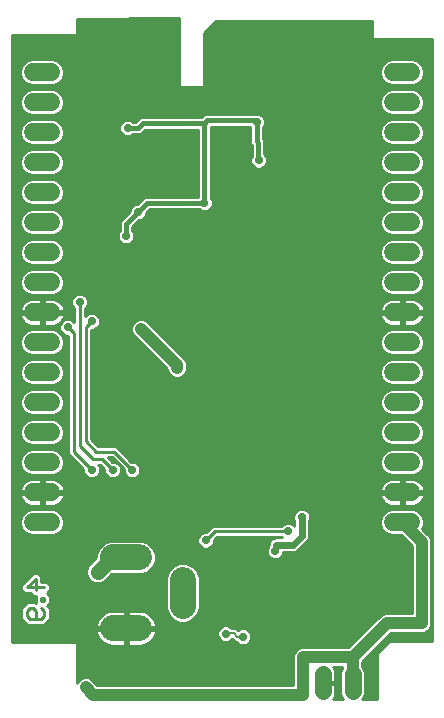
<source format=gbr>
G75*
G70*
%OFA0B0*%
%FSLAX24Y24*%
%IPPOS*%
%LPD*%
%AMOC8*
5,1,8,0,0,1.08239X$1,22.5*
%
%ADD10C,0.0110*%
%ADD11C,0.0860*%
%ADD12C,0.0600*%
%ADD13C,0.0560*%
%ADD14C,0.0290*%
%ADD15C,0.0100*%
%ADD16C,0.0160*%
%ADD17C,0.0400*%
%ADD18C,0.0500*%
%ADD19C,0.0080*%
%ADD20C,0.0240*%
D10*
X004486Y007267D02*
X004388Y007365D01*
X004388Y007562D01*
X004486Y007660D01*
X004585Y007660D01*
X004683Y007562D01*
X004683Y007267D01*
X004880Y007267D02*
X004486Y007267D01*
X004880Y007267D02*
X004978Y007365D01*
X004978Y007562D01*
X004880Y007660D01*
X004880Y007884D02*
X004978Y007884D01*
X004978Y007983D01*
X004880Y007983D01*
X004880Y007884D01*
X004683Y008233D02*
X004683Y008627D01*
X004388Y008332D01*
X004978Y008332D01*
D11*
X007270Y009330D02*
X008130Y009330D01*
X009590Y008579D02*
X009590Y007719D01*
X008130Y006968D02*
X007270Y006968D01*
D12*
X005200Y010499D02*
X004600Y010499D01*
X004600Y011499D02*
X005200Y011499D01*
X005200Y012499D02*
X004600Y012499D01*
X004600Y013499D02*
X005200Y013499D01*
X005200Y014499D02*
X004600Y014499D01*
X004600Y015499D02*
X005200Y015499D01*
X005200Y016499D02*
X004600Y016499D01*
X004600Y017499D02*
X005200Y017499D01*
X005200Y018499D02*
X004600Y018499D01*
X004600Y019499D02*
X005200Y019499D01*
X005200Y020499D02*
X004600Y020499D01*
X004600Y021499D02*
X005200Y021499D01*
X005200Y022499D02*
X004600Y022499D01*
X004600Y023499D02*
X005200Y023499D01*
X005200Y024499D02*
X004600Y024499D01*
X004600Y025499D02*
X005200Y025499D01*
X016600Y025499D02*
X017200Y025499D01*
X017200Y024499D02*
X016600Y024499D01*
X016600Y023499D02*
X017200Y023499D01*
X017200Y022499D02*
X016600Y022499D01*
X016600Y021499D02*
X017200Y021499D01*
X017200Y020499D02*
X016600Y020499D01*
X016600Y019499D02*
X017200Y019499D01*
X017200Y018499D02*
X016600Y018499D01*
X016600Y017499D02*
X017200Y017499D01*
X017200Y016499D02*
X016600Y016499D01*
X016600Y015499D02*
X017200Y015499D01*
X017200Y014499D02*
X016600Y014499D01*
X016600Y013499D02*
X017200Y013499D01*
X017200Y012499D02*
X016600Y012499D01*
X016600Y011499D02*
X017200Y011499D01*
X017200Y010499D02*
X016600Y010499D01*
D13*
X015250Y005429D02*
X015250Y004869D01*
X014250Y004869D02*
X014250Y005429D01*
D14*
X013900Y006479D03*
X013150Y007849D03*
X012650Y008329D03*
X012670Y009539D03*
X013100Y010199D03*
X013550Y010679D03*
X014270Y010709D03*
X013650Y009589D03*
X014400Y007979D03*
X015190Y008589D03*
X015700Y007379D03*
X015150Y006629D03*
X017000Y007979D03*
X016750Y009729D03*
X015400Y010879D03*
X016050Y012999D03*
X016200Y013949D03*
X016250Y014999D03*
X016250Y015949D03*
X015450Y017279D03*
X014650Y017729D03*
X013950Y018479D03*
X013950Y019329D03*
X014750Y019379D03*
X014950Y018729D03*
X016150Y018999D03*
X016200Y019949D03*
X016200Y020999D03*
X016200Y021999D03*
X016300Y022999D03*
X017700Y022949D03*
X017700Y023949D03*
X017700Y024949D03*
X017700Y025899D03*
X015400Y027059D03*
X014900Y027059D03*
X014400Y027059D03*
X013900Y027059D03*
X013400Y027059D03*
X012900Y027059D03*
X012400Y027059D03*
X011900Y027059D03*
X011400Y027059D03*
X010900Y027059D03*
X010600Y026459D03*
X010900Y024441D03*
X012050Y023849D03*
X012550Y022829D03*
X012120Y022569D03*
X011490Y021289D03*
X010650Y020849D03*
X010310Y021149D03*
X010900Y022356D03*
X008907Y022356D03*
X008100Y021349D03*
X008100Y020849D03*
X008630Y020739D03*
X007700Y020049D03*
X007150Y020499D03*
X007300Y019449D03*
X007600Y018049D03*
X008200Y016949D03*
X008650Y015629D03*
X009400Y015649D03*
X009850Y015229D03*
X011210Y016089D03*
X011870Y015489D03*
X011430Y014219D03*
X012160Y013279D03*
X013080Y012479D03*
X012570Y011829D03*
X011700Y010679D03*
X011250Y009379D03*
X010350Y009899D03*
X009600Y009429D03*
X009100Y010079D03*
X008650Y008379D03*
X007300Y008379D03*
X006750Y008849D03*
X005600Y006729D03*
X006350Y004999D03*
X007200Y005329D03*
X008600Y005279D03*
X009800Y006729D03*
X011020Y006789D03*
X011600Y006689D03*
X012680Y006349D03*
X007900Y012249D03*
X007250Y012249D03*
X006550Y012249D03*
X006750Y013399D03*
X006967Y014371D03*
X007200Y015649D03*
X006700Y016299D03*
X006550Y017199D03*
X006150Y017849D03*
X005750Y016999D03*
X005550Y015999D03*
X005600Y014949D03*
X005550Y013949D03*
X005550Y012999D03*
X004150Y009879D03*
X009750Y016829D03*
X010690Y017089D03*
X011000Y017799D03*
X011950Y017799D03*
X012060Y016959D03*
X013050Y016249D03*
X013500Y016799D03*
X013750Y017549D03*
X014650Y016649D03*
X014350Y015949D03*
X014050Y015249D03*
X013080Y014339D03*
X014320Y013049D03*
X017700Y018949D03*
X017700Y019949D03*
X017700Y020949D03*
X017700Y021949D03*
X014800Y022879D03*
X013600Y021629D03*
X013130Y021379D03*
X013950Y020729D03*
X014750Y020379D03*
X014750Y024429D03*
X013050Y024479D03*
X008829Y024441D03*
X007750Y023649D03*
X006250Y022539D03*
X005600Y021949D03*
X006000Y023759D03*
X006230Y025669D03*
X006300Y027109D03*
X006800Y027109D03*
X007300Y027109D03*
X007800Y027109D03*
X008450Y027109D03*
X010850Y019799D03*
D15*
X003900Y026749D02*
X003900Y006499D01*
X006021Y006499D01*
X006050Y006469D01*
X006050Y005137D01*
X006070Y005186D01*
X006163Y005278D01*
X006284Y005329D01*
X006416Y005329D01*
X006537Y005278D01*
X006737Y005079D01*
X013270Y005079D01*
X013270Y006064D01*
X013320Y006186D01*
X013413Y006278D01*
X013534Y006329D01*
X015113Y006329D01*
X016213Y007428D01*
X016334Y007479D01*
X017220Y007479D01*
X017220Y009712D01*
X016863Y010069D01*
X016514Y010069D01*
X016356Y010134D01*
X016235Y010255D01*
X016170Y010413D01*
X016170Y010584D01*
X016235Y010742D01*
X016356Y010863D01*
X016514Y010929D01*
X017286Y010929D01*
X017444Y010863D01*
X017565Y010742D01*
X017630Y010584D01*
X017630Y010413D01*
X017578Y010287D01*
X017737Y010128D01*
X017830Y010036D01*
X017880Y009914D01*
X017880Y007083D01*
X017830Y006962D01*
X017737Y006869D01*
X017616Y006819D01*
X016537Y006819D01*
X015580Y005862D01*
X015580Y005679D01*
X015598Y005661D01*
X015660Y005510D01*
X015660Y004787D01*
X015598Y004636D01*
X015560Y004599D01*
X016050Y004599D01*
X016050Y006140D01*
X016400Y006490D01*
X016459Y006549D01*
X017900Y006549D01*
X017900Y026599D01*
X015929Y026599D01*
X015900Y026628D01*
X015900Y027207D01*
X010700Y027199D01*
X010300Y026799D01*
X010300Y024999D01*
X009450Y024999D01*
X009450Y027299D01*
X006050Y027271D01*
X006050Y026778D01*
X006021Y026749D01*
X003900Y026749D01*
X003900Y026708D02*
X009450Y026708D01*
X009450Y026610D02*
X003900Y026610D01*
X003900Y026511D02*
X009450Y026511D01*
X009450Y026413D02*
X003900Y026413D01*
X003900Y026314D02*
X009450Y026314D01*
X009450Y026216D02*
X003900Y026216D01*
X003900Y026117D02*
X009450Y026117D01*
X009450Y026019D02*
X003900Y026019D01*
X003900Y025920D02*
X004494Y025920D01*
X004514Y025929D02*
X004356Y025863D01*
X004235Y025742D01*
X004170Y025584D01*
X004170Y025413D01*
X004235Y025255D01*
X004356Y025134D01*
X004514Y025069D01*
X005286Y025069D01*
X005444Y025134D01*
X005565Y025255D01*
X005630Y025413D01*
X005630Y025584D01*
X005565Y025742D01*
X005444Y025863D01*
X005286Y025929D01*
X004514Y025929D01*
X004315Y025822D02*
X003900Y025822D01*
X003900Y025723D02*
X004228Y025723D01*
X004187Y025625D02*
X003900Y025625D01*
X003900Y025526D02*
X004170Y025526D01*
X004170Y025428D02*
X003900Y025428D01*
X003900Y025329D02*
X004205Y025329D01*
X004260Y025231D02*
X003900Y025231D01*
X003900Y025132D02*
X004361Y025132D01*
X004514Y024929D02*
X004356Y024863D01*
X004235Y024742D01*
X004170Y024584D01*
X004170Y024413D01*
X004235Y024255D01*
X004356Y024134D01*
X004514Y024069D01*
X005286Y024069D01*
X005444Y024134D01*
X005565Y024255D01*
X005630Y024413D01*
X005630Y024584D01*
X005565Y024742D01*
X005444Y024863D01*
X005286Y024929D01*
X004514Y024929D01*
X004330Y024837D02*
X003900Y024837D01*
X003900Y024935D02*
X017900Y024935D01*
X017900Y024837D02*
X017470Y024837D01*
X017444Y024863D02*
X017286Y024929D01*
X016514Y024929D01*
X016356Y024863D01*
X016235Y024742D01*
X016170Y024584D01*
X016170Y024413D01*
X016235Y024255D01*
X016356Y024134D01*
X016514Y024069D01*
X017286Y024069D01*
X017444Y024134D01*
X017565Y024255D01*
X017630Y024413D01*
X017630Y024584D01*
X017565Y024742D01*
X017444Y024863D01*
X017566Y024738D02*
X017900Y024738D01*
X017900Y024640D02*
X017607Y024640D01*
X017630Y024541D02*
X017900Y024541D01*
X017900Y024443D02*
X017630Y024443D01*
X017601Y024344D02*
X017900Y024344D01*
X017900Y024246D02*
X017555Y024246D01*
X017457Y024147D02*
X017900Y024147D01*
X017900Y024049D02*
X012239Y024049D01*
X012206Y024082D02*
X012105Y024124D01*
X011995Y024124D01*
X011981Y024118D01*
X011966Y024125D01*
X011916Y024109D01*
X010475Y024109D01*
X010466Y024116D01*
X010390Y024109D01*
X010313Y024109D01*
X010305Y024100D01*
X010293Y024099D01*
X010244Y024040D01*
X010213Y024009D01*
X008163Y024009D01*
X008040Y023886D01*
X008013Y023859D01*
X007929Y023859D01*
X007906Y023882D01*
X007805Y023924D01*
X007695Y023924D01*
X007594Y023882D01*
X007517Y023805D01*
X007475Y023703D01*
X007475Y023594D01*
X007517Y023493D01*
X007594Y023416D01*
X007695Y023374D01*
X007805Y023374D01*
X007906Y023416D01*
X007929Y023439D01*
X008187Y023439D01*
X008337Y023589D01*
X010100Y023589D01*
X010100Y021359D01*
X008313Y021359D01*
X008078Y021124D01*
X008045Y021124D01*
X007944Y021082D01*
X007867Y021005D01*
X007825Y020903D01*
X007825Y020871D01*
X007490Y020536D01*
X007490Y020228D01*
X007467Y020205D01*
X007425Y020103D01*
X007425Y019994D01*
X007467Y019893D01*
X007544Y019816D01*
X007645Y019774D01*
X007755Y019774D01*
X007856Y019816D01*
X007933Y019893D01*
X007975Y019994D01*
X007975Y020103D01*
X007933Y020205D01*
X007910Y020228D01*
X007910Y020362D01*
X008122Y020574D01*
X008155Y020574D01*
X008256Y020616D01*
X008333Y020693D01*
X008375Y020794D01*
X008375Y020827D01*
X008487Y020939D01*
X010131Y020939D01*
X010154Y020916D01*
X010255Y020874D01*
X010365Y020874D01*
X010466Y020916D01*
X010543Y020993D01*
X010585Y021094D01*
X010585Y021203D01*
X010543Y021305D01*
X010520Y021328D01*
X010520Y023689D01*
X011821Y023689D01*
X011840Y023670D01*
X011840Y023112D01*
X011890Y023062D01*
X011890Y022728D01*
X011887Y022725D01*
X011845Y022623D01*
X011845Y022514D01*
X011887Y022413D01*
X011964Y022336D01*
X012065Y022294D01*
X012175Y022294D01*
X012276Y022336D01*
X012353Y022413D01*
X012395Y022514D01*
X012395Y022623D01*
X012353Y022725D01*
X012310Y022768D01*
X016261Y022768D01*
X016235Y022742D02*
X016170Y022584D01*
X016170Y022413D01*
X016235Y022255D01*
X016356Y022134D01*
X016514Y022069D01*
X017286Y022069D01*
X017444Y022134D01*
X017565Y022255D01*
X017630Y022413D01*
X017630Y022584D01*
X017565Y022742D01*
X017444Y022863D01*
X017286Y022929D01*
X016514Y022929D01*
X016356Y022863D01*
X016235Y022742D01*
X016205Y022670D02*
X012376Y022670D01*
X012395Y022571D02*
X016170Y022571D01*
X016170Y022473D02*
X012378Y022473D01*
X012314Y022374D02*
X016186Y022374D01*
X016227Y022276D02*
X010520Y022276D01*
X010520Y022374D02*
X011926Y022374D01*
X011862Y022473D02*
X010520Y022473D01*
X010520Y022571D02*
X011845Y022571D01*
X011864Y022670D02*
X010520Y022670D01*
X010520Y022768D02*
X011890Y022768D01*
X011890Y022867D02*
X010520Y022867D01*
X010520Y022965D02*
X011890Y022965D01*
X011888Y023064D02*
X010520Y023064D01*
X010520Y023162D02*
X011840Y023162D01*
X011840Y023261D02*
X010520Y023261D01*
X010520Y023359D02*
X011840Y023359D01*
X011840Y023458D02*
X010520Y023458D01*
X010520Y023556D02*
X011840Y023556D01*
X011840Y023655D02*
X010520Y023655D01*
X010310Y023789D02*
X010300Y023799D01*
X010251Y024049D02*
X003900Y024049D01*
X003900Y024147D02*
X004343Y024147D01*
X004245Y024246D02*
X003900Y024246D01*
X003900Y024344D02*
X004199Y024344D01*
X004170Y024443D02*
X003900Y024443D01*
X003900Y024541D02*
X004170Y024541D01*
X004193Y024640D02*
X003900Y024640D01*
X003900Y024738D02*
X004234Y024738D01*
X003900Y025034D02*
X009450Y025034D01*
X009450Y025132D02*
X005439Y025132D01*
X005540Y025231D02*
X009450Y025231D01*
X009450Y025329D02*
X005595Y025329D01*
X005630Y025428D02*
X009450Y025428D01*
X009450Y025526D02*
X005630Y025526D01*
X005613Y025625D02*
X009450Y025625D01*
X009450Y025723D02*
X005572Y025723D01*
X005485Y025822D02*
X009450Y025822D01*
X009450Y025920D02*
X005306Y025920D01*
X005470Y024837D02*
X016330Y024837D01*
X016234Y024738D02*
X005566Y024738D01*
X005607Y024640D02*
X016193Y024640D01*
X016170Y024541D02*
X005630Y024541D01*
X005630Y024443D02*
X016170Y024443D01*
X016199Y024344D02*
X005601Y024344D01*
X005555Y024246D02*
X016245Y024246D01*
X016343Y024147D02*
X005457Y024147D01*
X005286Y023929D02*
X004514Y023929D01*
X004356Y023863D01*
X004235Y023742D01*
X004170Y023584D01*
X004170Y023413D01*
X004235Y023255D01*
X004356Y023134D01*
X004514Y023069D01*
X005286Y023069D01*
X005444Y023134D01*
X005565Y023255D01*
X005630Y023413D01*
X005630Y023584D01*
X005565Y023742D01*
X005444Y023863D01*
X005286Y023929D01*
X005455Y023852D02*
X007564Y023852D01*
X007496Y023753D02*
X005554Y023753D01*
X005601Y023655D02*
X007475Y023655D01*
X007491Y023556D02*
X005630Y023556D01*
X005630Y023458D02*
X007552Y023458D01*
X008206Y023458D02*
X010100Y023458D01*
X010100Y023556D02*
X008305Y023556D01*
X008105Y023950D02*
X003900Y023950D01*
X003900Y023852D02*
X004345Y023852D01*
X004246Y023753D02*
X003900Y023753D01*
X003900Y023655D02*
X004199Y023655D01*
X004170Y023556D02*
X003900Y023556D01*
X003900Y023458D02*
X004170Y023458D01*
X004192Y023359D02*
X003900Y023359D01*
X003900Y023261D02*
X004233Y023261D01*
X004328Y023162D02*
X003900Y023162D01*
X003900Y023064D02*
X010100Y023064D01*
X010100Y023162D02*
X005472Y023162D01*
X005567Y023261D02*
X010100Y023261D01*
X010100Y023359D02*
X005608Y023359D01*
X005444Y022863D02*
X005286Y022929D01*
X004514Y022929D01*
X004356Y022863D01*
X004235Y022742D01*
X004170Y022584D01*
X004170Y022413D01*
X004235Y022255D01*
X004356Y022134D01*
X004514Y022069D01*
X005286Y022069D01*
X005444Y022134D01*
X005565Y022255D01*
X005630Y022413D01*
X005630Y022584D01*
X005565Y022742D01*
X005444Y022863D01*
X005435Y022867D02*
X010100Y022867D01*
X010100Y022965D02*
X003900Y022965D01*
X003900Y022867D02*
X004365Y022867D01*
X004261Y022768D02*
X003900Y022768D01*
X003900Y022670D02*
X004205Y022670D01*
X004170Y022571D02*
X003900Y022571D01*
X003900Y022473D02*
X004170Y022473D01*
X004186Y022374D02*
X003900Y022374D01*
X003900Y022276D02*
X004227Y022276D01*
X004313Y022177D02*
X003900Y022177D01*
X003900Y022079D02*
X004490Y022079D01*
X004514Y021929D02*
X004356Y021863D01*
X004235Y021742D01*
X004170Y021584D01*
X004170Y021413D01*
X004235Y021255D01*
X004356Y021134D01*
X004514Y021069D01*
X005286Y021069D01*
X005444Y021134D01*
X005565Y021255D01*
X005630Y021413D01*
X005630Y021584D01*
X005565Y021742D01*
X005444Y021863D01*
X005286Y021929D01*
X004514Y021929D01*
X004401Y021882D02*
X003900Y021882D01*
X003900Y021980D02*
X010100Y021980D01*
X010100Y021882D02*
X005399Y021882D01*
X005524Y021783D02*
X010100Y021783D01*
X010100Y021685D02*
X005588Y021685D01*
X005629Y021586D02*
X010100Y021586D01*
X010100Y021488D02*
X005630Y021488D01*
X005620Y021389D02*
X010100Y021389D01*
X010520Y021389D02*
X016180Y021389D01*
X016170Y021413D02*
X016235Y021255D01*
X016356Y021134D01*
X016514Y021069D01*
X017286Y021069D01*
X017444Y021134D01*
X017565Y021255D01*
X017630Y021413D01*
X017630Y021584D01*
X017565Y021742D01*
X017444Y021863D01*
X017286Y021929D01*
X016514Y021929D01*
X016356Y021863D01*
X016235Y021742D01*
X016170Y021584D01*
X016170Y021413D01*
X016170Y021488D02*
X010520Y021488D01*
X010520Y021586D02*
X016171Y021586D01*
X016212Y021685D02*
X010520Y021685D01*
X010520Y021783D02*
X016276Y021783D01*
X016401Y021882D02*
X010520Y021882D01*
X010520Y021980D02*
X017900Y021980D01*
X017900Y021882D02*
X017399Y021882D01*
X017524Y021783D02*
X017900Y021783D01*
X017900Y021685D02*
X017588Y021685D01*
X017629Y021586D02*
X017900Y021586D01*
X017900Y021488D02*
X017630Y021488D01*
X017620Y021389D02*
X017900Y021389D01*
X017900Y021291D02*
X017579Y021291D01*
X017502Y021192D02*
X017900Y021192D01*
X017900Y021094D02*
X017346Y021094D01*
X017286Y020929D02*
X016514Y020929D01*
X016356Y020863D01*
X016235Y020742D01*
X016170Y020584D01*
X016170Y020413D01*
X016235Y020255D01*
X016356Y020134D01*
X016514Y020069D01*
X017286Y020069D01*
X017444Y020134D01*
X017565Y020255D01*
X017630Y020413D01*
X017630Y020584D01*
X017565Y020742D01*
X017444Y020863D01*
X017286Y020929D01*
X017363Y020897D02*
X017900Y020897D01*
X017900Y020995D02*
X010544Y020995D01*
X010585Y021094D02*
X016454Y021094D01*
X016298Y021192D02*
X010585Y021192D01*
X010549Y021291D02*
X016221Y021291D01*
X016437Y020897D02*
X010420Y020897D01*
X010200Y020897D02*
X008445Y020897D01*
X008375Y020798D02*
X016291Y020798D01*
X016218Y020700D02*
X008336Y020700D01*
X008221Y020601D02*
X016177Y020601D01*
X016170Y020503D02*
X008051Y020503D01*
X007953Y020404D02*
X016174Y020404D01*
X016214Y020306D02*
X007910Y020306D01*
X007930Y020207D02*
X016283Y020207D01*
X016418Y020109D02*
X007973Y020109D01*
X007975Y020010D02*
X017900Y020010D01*
X017900Y019912D02*
X017326Y019912D01*
X017286Y019929D02*
X017444Y019863D01*
X017565Y019742D01*
X017630Y019584D01*
X017630Y019413D01*
X017565Y019255D01*
X017444Y019134D01*
X017286Y019069D01*
X016514Y019069D01*
X016356Y019134D01*
X016235Y019255D01*
X016170Y019413D01*
X016170Y019584D01*
X016235Y019742D01*
X016356Y019863D01*
X016514Y019929D01*
X017286Y019929D01*
X017382Y020109D02*
X017900Y020109D01*
X017900Y020207D02*
X017517Y020207D01*
X017586Y020306D02*
X017900Y020306D01*
X017900Y020404D02*
X017626Y020404D01*
X017630Y020503D02*
X017900Y020503D01*
X017900Y020601D02*
X017623Y020601D01*
X017582Y020700D02*
X017900Y020700D01*
X017900Y020798D02*
X017509Y020798D01*
X017494Y019813D02*
X017900Y019813D01*
X017900Y019715D02*
X017576Y019715D01*
X017617Y019616D02*
X017900Y019616D01*
X017900Y019518D02*
X017630Y019518D01*
X017630Y019419D02*
X017900Y019419D01*
X017900Y019321D02*
X017592Y019321D01*
X017532Y019222D02*
X017900Y019222D01*
X017900Y019124D02*
X017418Y019124D01*
X017290Y018927D02*
X017900Y018927D01*
X017900Y019025D02*
X003900Y019025D01*
X003900Y018927D02*
X004510Y018927D01*
X004514Y018929D02*
X004356Y018863D01*
X004235Y018742D01*
X004170Y018584D01*
X004170Y018413D01*
X004235Y018255D01*
X004356Y018134D01*
X004514Y018069D01*
X005286Y018069D01*
X005444Y018134D01*
X005565Y018255D01*
X005630Y018413D01*
X005630Y018584D01*
X005565Y018742D01*
X005444Y018863D01*
X005286Y018929D01*
X004514Y018929D01*
X004514Y019069D02*
X004356Y019134D01*
X004235Y019255D01*
X004170Y019413D01*
X004170Y019584D01*
X004235Y019742D01*
X004356Y019863D01*
X004514Y019929D01*
X005286Y019929D01*
X005444Y019863D01*
X005565Y019742D01*
X005630Y019584D01*
X005630Y019413D01*
X005565Y019255D01*
X005444Y019134D01*
X005286Y019069D01*
X004514Y019069D01*
X004382Y019124D02*
X003900Y019124D01*
X003900Y019222D02*
X004268Y019222D01*
X004208Y019321D02*
X003900Y019321D01*
X003900Y019419D02*
X004170Y019419D01*
X004170Y019518D02*
X003900Y019518D01*
X003900Y019616D02*
X004183Y019616D01*
X004224Y019715D02*
X003900Y019715D01*
X003900Y019813D02*
X004306Y019813D01*
X004474Y019912D02*
X003900Y019912D01*
X003900Y020010D02*
X007425Y020010D01*
X007427Y020109D02*
X005382Y020109D01*
X005444Y020134D02*
X005565Y020255D01*
X005630Y020413D01*
X005630Y020584D01*
X005565Y020742D01*
X005444Y020863D01*
X005286Y020929D01*
X004514Y020929D01*
X004356Y020863D01*
X004235Y020742D01*
X004170Y020584D01*
X004170Y020413D01*
X004235Y020255D01*
X004356Y020134D01*
X004514Y020069D01*
X005286Y020069D01*
X005444Y020134D01*
X005517Y020207D02*
X007470Y020207D01*
X007490Y020306D02*
X005586Y020306D01*
X005626Y020404D02*
X007490Y020404D01*
X007490Y020503D02*
X005630Y020503D01*
X005623Y020601D02*
X007556Y020601D01*
X007654Y020700D02*
X005582Y020700D01*
X005509Y020798D02*
X007753Y020798D01*
X007825Y020897D02*
X005363Y020897D01*
X005346Y021094D02*
X007973Y021094D01*
X007863Y020995D02*
X003900Y020995D01*
X003900Y020897D02*
X004437Y020897D01*
X004291Y020798D02*
X003900Y020798D01*
X003900Y020700D02*
X004218Y020700D01*
X004177Y020601D02*
X003900Y020601D01*
X003900Y020503D02*
X004170Y020503D01*
X004174Y020404D02*
X003900Y020404D01*
X003900Y020306D02*
X004214Y020306D01*
X004283Y020207D02*
X003900Y020207D01*
X003900Y020109D02*
X004418Y020109D01*
X005326Y019912D02*
X007459Y019912D01*
X007550Y019813D02*
X005494Y019813D01*
X005576Y019715D02*
X016224Y019715D01*
X016183Y019616D02*
X005617Y019616D01*
X005630Y019518D02*
X016170Y019518D01*
X016170Y019419D02*
X005630Y019419D01*
X005592Y019321D02*
X016208Y019321D01*
X016268Y019222D02*
X005532Y019222D01*
X005418Y019124D02*
X016382Y019124D01*
X016510Y018927D02*
X005290Y018927D01*
X005479Y018828D02*
X016321Y018828D01*
X016356Y018863D02*
X016235Y018742D01*
X016170Y018584D01*
X016170Y018413D01*
X016235Y018255D01*
X016356Y018134D01*
X016514Y018069D01*
X017286Y018069D01*
X017444Y018134D01*
X017565Y018255D01*
X017630Y018413D01*
X017630Y018584D01*
X017565Y018742D01*
X017444Y018863D01*
X017286Y018929D01*
X016514Y018929D01*
X016356Y018863D01*
X016230Y018730D02*
X005570Y018730D01*
X005611Y018631D02*
X016189Y018631D01*
X016170Y018533D02*
X005630Y018533D01*
X005630Y018434D02*
X016170Y018434D01*
X016202Y018336D02*
X005598Y018336D01*
X005547Y018237D02*
X016253Y018237D01*
X016352Y018139D02*
X005448Y018139D01*
X005373Y017916D02*
X005305Y017938D01*
X005235Y017949D01*
X004950Y017949D01*
X004950Y017549D01*
X004850Y017549D01*
X004850Y017949D01*
X004565Y017949D01*
X004495Y017938D01*
X004427Y017916D01*
X004364Y017884D01*
X004307Y017842D01*
X004257Y017792D01*
X004215Y017735D01*
X004183Y017671D01*
X004161Y017604D01*
X004152Y017549D01*
X004850Y017549D01*
X004850Y017449D01*
X004152Y017449D01*
X004161Y017393D01*
X004183Y017326D01*
X004215Y017263D01*
X004257Y017206D01*
X004307Y017155D01*
X004364Y017114D01*
X004427Y017082D01*
X004495Y017060D01*
X004565Y017049D01*
X004850Y017049D01*
X004850Y017449D01*
X004950Y017449D01*
X004950Y017549D01*
X005648Y017549D01*
X005639Y017604D01*
X005617Y017671D01*
X005585Y017735D01*
X005543Y017792D01*
X005493Y017842D01*
X005436Y017884D01*
X005373Y017916D01*
X005279Y017942D02*
X005891Y017942D01*
X005875Y017903D02*
X005875Y017794D01*
X005917Y017693D01*
X005970Y017640D01*
X005970Y017168D01*
X005906Y017232D01*
X005805Y017274D01*
X005695Y017274D01*
X005594Y017232D01*
X005517Y017155D01*
X005475Y017053D01*
X005475Y016944D01*
X005517Y016843D01*
X005594Y016766D01*
X005695Y016724D01*
X005770Y016724D01*
X005770Y012923D01*
X005770Y012774D01*
X006275Y012269D01*
X006275Y012194D01*
X006317Y012093D01*
X006394Y012016D01*
X006495Y011974D01*
X006605Y011974D01*
X006706Y012016D01*
X006783Y012093D01*
X006825Y012194D01*
X006825Y012303D01*
X006783Y012405D01*
X006769Y012419D01*
X006825Y012419D01*
X006975Y012269D01*
X006975Y012194D01*
X007017Y012093D01*
X007094Y012016D01*
X007195Y011974D01*
X007305Y011974D01*
X007406Y012016D01*
X007483Y012093D01*
X007525Y012194D01*
X007525Y012303D01*
X007483Y012405D01*
X007406Y012482D01*
X007305Y012524D01*
X007230Y012524D01*
X007085Y012669D01*
X007225Y012669D01*
X007625Y012269D01*
X007625Y012194D01*
X007667Y012093D01*
X007744Y012016D01*
X007845Y011974D01*
X007955Y011974D01*
X008056Y012016D01*
X008133Y012093D01*
X008175Y012194D01*
X008175Y012303D01*
X008133Y012405D01*
X008056Y012482D01*
X007955Y012524D01*
X007880Y012524D01*
X007375Y013029D01*
X006775Y013029D01*
X006530Y013273D01*
X006530Y016924D01*
X006605Y016924D01*
X006706Y016966D01*
X006783Y017043D01*
X006825Y017144D01*
X006825Y017253D01*
X006783Y017355D01*
X006706Y017432D01*
X006605Y017474D01*
X006495Y017474D01*
X006394Y017432D01*
X006330Y017368D01*
X006330Y017640D01*
X006383Y017693D01*
X006425Y017794D01*
X006425Y017903D01*
X006383Y018005D01*
X006306Y018082D01*
X006205Y018124D01*
X006095Y018124D01*
X005994Y018082D01*
X005917Y018005D01*
X005875Y017903D01*
X005875Y017843D02*
X005491Y017843D01*
X005577Y017745D02*
X005895Y017745D01*
X005964Y017646D02*
X005625Y017646D01*
X005648Y017449D02*
X004950Y017449D01*
X004950Y017049D01*
X005235Y017049D01*
X005305Y017060D01*
X005373Y017082D01*
X005436Y017114D01*
X005493Y017155D01*
X005543Y017206D01*
X005585Y017263D01*
X005617Y017326D01*
X005639Y017393D01*
X005648Y017449D01*
X005625Y017351D02*
X005970Y017351D01*
X005970Y017449D02*
X004950Y017449D01*
X004950Y017351D02*
X004850Y017351D01*
X004850Y017449D02*
X003900Y017449D01*
X003900Y017351D02*
X004175Y017351D01*
X004223Y017252D02*
X003900Y017252D01*
X003900Y017154D02*
X004309Y017154D01*
X004523Y017055D02*
X003900Y017055D01*
X003900Y016957D02*
X005475Y016957D01*
X005476Y017055D02*
X005277Y017055D01*
X005286Y016929D02*
X004514Y016929D01*
X004356Y016863D01*
X004235Y016742D01*
X004170Y016584D01*
X004170Y016413D01*
X004235Y016255D01*
X004356Y016134D01*
X004514Y016069D01*
X005286Y016069D01*
X005444Y016134D01*
X005565Y016255D01*
X005630Y016413D01*
X005630Y016584D01*
X005565Y016742D01*
X005444Y016863D01*
X005286Y016929D01*
X005449Y016858D02*
X005511Y016858D01*
X005547Y016760D02*
X005608Y016760D01*
X005598Y016661D02*
X005770Y016661D01*
X005770Y016563D02*
X005630Y016563D01*
X005630Y016464D02*
X005770Y016464D01*
X005770Y016366D02*
X005610Y016366D01*
X005570Y016267D02*
X005770Y016267D01*
X005770Y016169D02*
X005478Y016169D01*
X005289Y016070D02*
X005770Y016070D01*
X005770Y015972D02*
X003900Y015972D01*
X003900Y016070D02*
X004511Y016070D01*
X004514Y015929D02*
X004356Y015863D01*
X004235Y015742D01*
X004170Y015584D01*
X004170Y015413D01*
X004235Y015255D01*
X004356Y015134D01*
X004514Y015069D01*
X005286Y015069D01*
X005444Y015134D01*
X005565Y015255D01*
X005630Y015413D01*
X005630Y015584D01*
X005565Y015742D01*
X005444Y015863D01*
X005286Y015929D01*
X004514Y015929D01*
X004381Y015873D02*
X003900Y015873D01*
X003900Y015775D02*
X004268Y015775D01*
X004208Y015676D02*
X003900Y015676D01*
X003900Y015578D02*
X004170Y015578D01*
X004170Y015479D02*
X003900Y015479D01*
X003900Y015381D02*
X004183Y015381D01*
X004224Y015282D02*
X003900Y015282D01*
X003900Y015184D02*
X004307Y015184D01*
X004475Y015085D02*
X003900Y015085D01*
X003900Y014987D02*
X005770Y014987D01*
X005770Y015085D02*
X005325Y015085D01*
X005286Y014929D02*
X004514Y014929D01*
X004356Y014863D01*
X004235Y014742D01*
X004170Y014584D01*
X004170Y014413D01*
X004235Y014255D01*
X004356Y014134D01*
X004514Y014069D01*
X005286Y014069D01*
X005444Y014134D01*
X005565Y014255D01*
X005630Y014413D01*
X005630Y014584D01*
X005565Y014742D01*
X005444Y014863D01*
X005286Y014929D01*
X005383Y014888D02*
X005770Y014888D01*
X005770Y014790D02*
X005517Y014790D01*
X005586Y014691D02*
X005770Y014691D01*
X005770Y014593D02*
X005626Y014593D01*
X005630Y014494D02*
X005770Y014494D01*
X005770Y014396D02*
X005623Y014396D01*
X005582Y014297D02*
X005770Y014297D01*
X005770Y014199D02*
X005508Y014199D01*
X005362Y014100D02*
X005770Y014100D01*
X005770Y014002D02*
X003900Y014002D01*
X003900Y014100D02*
X004438Y014100D01*
X004292Y014199D02*
X003900Y014199D01*
X003900Y014297D02*
X004218Y014297D01*
X004177Y014396D02*
X003900Y014396D01*
X003900Y014494D02*
X004170Y014494D01*
X004174Y014593D02*
X003900Y014593D01*
X003900Y014691D02*
X004214Y014691D01*
X004283Y014790D02*
X003900Y014790D01*
X003900Y014888D02*
X004417Y014888D01*
X004514Y013929D02*
X004356Y013863D01*
X004235Y013742D01*
X004170Y013584D01*
X004170Y013413D01*
X004235Y013255D01*
X004356Y013134D01*
X004514Y013069D01*
X005286Y013069D01*
X005444Y013134D01*
X005565Y013255D01*
X005630Y013413D01*
X005630Y013584D01*
X005565Y013742D01*
X005444Y013863D01*
X005286Y013929D01*
X004514Y013929D01*
X004453Y013903D02*
X003900Y013903D01*
X003900Y013805D02*
X004298Y013805D01*
X004221Y013706D02*
X003900Y013706D01*
X003900Y013608D02*
X004180Y013608D01*
X004170Y013509D02*
X003900Y013509D01*
X003900Y013411D02*
X004171Y013411D01*
X004212Y013312D02*
X003900Y013312D01*
X003900Y013214D02*
X004277Y013214D01*
X004402Y013115D02*
X003900Y013115D01*
X003900Y013017D02*
X005770Y013017D01*
X005770Y013115D02*
X005398Y013115D01*
X005523Y013214D02*
X005770Y013214D01*
X005770Y013312D02*
X005588Y013312D01*
X005629Y013411D02*
X005770Y013411D01*
X005770Y013509D02*
X005630Y013509D01*
X005620Y013608D02*
X005770Y013608D01*
X005770Y013706D02*
X005579Y013706D01*
X005502Y013805D02*
X005770Y013805D01*
X005770Y013903D02*
X005347Y013903D01*
X005286Y012929D02*
X004514Y012929D01*
X004356Y012863D01*
X004235Y012742D01*
X004170Y012584D01*
X004170Y012413D01*
X004235Y012255D01*
X004356Y012134D01*
X004514Y012069D01*
X005286Y012069D01*
X005444Y012134D01*
X005565Y012255D01*
X005630Y012413D01*
X005630Y012584D01*
X005565Y012742D01*
X005444Y012863D01*
X005286Y012929D01*
X005311Y012918D02*
X005770Y012918D01*
X005770Y012820D02*
X005487Y012820D01*
X005573Y012721D02*
X005823Y012721D01*
X005921Y012623D02*
X005614Y012623D01*
X005630Y012524D02*
X006020Y012524D01*
X006118Y012426D02*
X005630Y012426D01*
X005594Y012327D02*
X006217Y012327D01*
X006275Y012229D02*
X005538Y012229D01*
X005434Y012130D02*
X006301Y012130D01*
X006378Y012032D02*
X003900Y012032D01*
X003900Y012130D02*
X004366Y012130D01*
X004262Y012229D02*
X003900Y012229D01*
X003900Y012327D02*
X004206Y012327D01*
X004170Y012426D02*
X003900Y012426D01*
X003900Y012524D02*
X004170Y012524D01*
X004186Y012623D02*
X003900Y012623D01*
X003900Y012721D02*
X004227Y012721D01*
X004313Y012820D02*
X003900Y012820D01*
X003900Y012918D02*
X004489Y012918D01*
X004565Y011949D02*
X004495Y011938D01*
X004427Y011916D01*
X004364Y011884D01*
X004307Y011842D01*
X004257Y011792D01*
X004215Y011735D01*
X004183Y011671D01*
X004161Y011604D01*
X004152Y011549D01*
X004850Y011549D01*
X004850Y011949D01*
X004565Y011949D01*
X004481Y011933D02*
X003900Y011933D01*
X003900Y011835D02*
X004300Y011835D01*
X004216Y011736D02*
X003900Y011736D01*
X003900Y011638D02*
X004172Y011638D01*
X004152Y011449D02*
X004161Y011393D01*
X004183Y011326D01*
X004215Y011263D01*
X004257Y011206D01*
X004307Y011155D01*
X004364Y011114D01*
X004427Y011082D01*
X004495Y011060D01*
X004565Y011049D01*
X004850Y011049D01*
X004850Y011449D01*
X004152Y011449D01*
X004154Y011441D02*
X003900Y011441D01*
X003900Y011539D02*
X004850Y011539D01*
X004850Y011549D02*
X004850Y011449D01*
X004950Y011449D01*
X004950Y011549D01*
X004850Y011549D01*
X004850Y011638D02*
X004950Y011638D01*
X004950Y011549D02*
X004950Y011949D01*
X005235Y011949D01*
X005305Y011938D01*
X005373Y011916D01*
X005436Y011884D01*
X005493Y011842D01*
X005543Y011792D01*
X005585Y011735D01*
X005617Y011671D01*
X005639Y011604D01*
X005648Y011549D01*
X004950Y011549D01*
X004950Y011539D02*
X016850Y011539D01*
X016850Y011549D02*
X016850Y011449D01*
X016152Y011449D01*
X016161Y011393D01*
X016183Y011326D01*
X016215Y011263D01*
X016257Y011206D01*
X016307Y011155D01*
X016364Y011114D01*
X016427Y011082D01*
X016495Y011060D01*
X016565Y011049D01*
X016850Y011049D01*
X016850Y011449D01*
X016950Y011449D01*
X016950Y011549D01*
X016850Y011549D01*
X016850Y011949D01*
X016565Y011949D01*
X016495Y011938D01*
X016427Y011916D01*
X016364Y011884D01*
X016307Y011842D01*
X016257Y011792D01*
X016215Y011735D01*
X016183Y011671D01*
X016161Y011604D01*
X016152Y011549D01*
X016850Y011549D01*
X016850Y011638D02*
X016950Y011638D01*
X016950Y011549D02*
X016950Y011949D01*
X017235Y011949D01*
X017305Y011938D01*
X017373Y011916D01*
X017436Y011884D01*
X017493Y011842D01*
X017543Y011792D01*
X017585Y011735D01*
X017617Y011671D01*
X017639Y011604D01*
X017648Y011549D01*
X016950Y011549D01*
X016950Y011539D02*
X017900Y011539D01*
X017900Y011441D02*
X017646Y011441D01*
X017648Y011449D02*
X016950Y011449D01*
X016950Y011049D01*
X017235Y011049D01*
X017305Y011060D01*
X017373Y011082D01*
X017436Y011114D01*
X017493Y011155D01*
X017543Y011206D01*
X017585Y011263D01*
X017617Y011326D01*
X017639Y011393D01*
X017648Y011449D01*
X017622Y011342D02*
X017900Y011342D01*
X017900Y011244D02*
X017571Y011244D01*
X017479Y011145D02*
X017900Y011145D01*
X017900Y011047D02*
X003900Y011047D01*
X003900Y011145D02*
X004321Y011145D01*
X004229Y011244D02*
X003900Y011244D01*
X003900Y011342D02*
X004178Y011342D01*
X003900Y010948D02*
X013482Y010948D01*
X013495Y010954D02*
X013394Y010912D01*
X013317Y010835D01*
X013275Y010733D01*
X013275Y010624D01*
X013300Y010564D01*
X013300Y010388D01*
X013256Y010432D01*
X013155Y010474D01*
X013045Y010474D01*
X012944Y010432D01*
X012891Y010379D01*
X010575Y010379D01*
X010370Y010174D01*
X010295Y010174D01*
X010194Y010132D01*
X010117Y010055D01*
X010075Y009953D01*
X010075Y009844D01*
X010117Y009743D01*
X010194Y009666D01*
X010295Y009624D01*
X010405Y009624D01*
X010506Y009666D01*
X010583Y009743D01*
X010625Y009844D01*
X010625Y009919D01*
X010725Y010019D01*
X012891Y010019D01*
X012911Y009999D01*
X012718Y009999D01*
X012686Y010003D01*
X012668Y009999D01*
X012650Y009999D01*
X012621Y009987D01*
X012590Y009979D01*
X012575Y009968D01*
X012558Y009961D01*
X012536Y009938D01*
X012510Y009919D01*
X012501Y009903D01*
X012488Y009890D01*
X012476Y009861D01*
X012460Y009833D01*
X012457Y009815D01*
X012450Y009798D01*
X012450Y009767D01*
X012440Y009698D01*
X012437Y009695D01*
X012395Y009593D01*
X012395Y009484D01*
X012437Y009383D01*
X012514Y009306D01*
X012615Y009264D01*
X012725Y009264D01*
X012826Y009306D01*
X012903Y009383D01*
X012945Y009484D01*
X012945Y009499D01*
X013300Y009499D01*
X013392Y009537D01*
X013692Y009837D01*
X013762Y009907D01*
X013800Y009999D01*
X013800Y010564D01*
X013825Y010624D01*
X013825Y010733D01*
X013783Y010835D01*
X013706Y010912D01*
X013605Y010954D01*
X013495Y010954D01*
X013618Y010948D02*
X017900Y010948D01*
X017900Y010850D02*
X017457Y010850D01*
X017556Y010751D02*
X017900Y010751D01*
X017900Y010653D02*
X017602Y010653D01*
X017630Y010554D02*
X017900Y010554D01*
X017900Y010456D02*
X017630Y010456D01*
X017607Y010357D02*
X017900Y010357D01*
X017900Y010259D02*
X017607Y010259D01*
X017705Y010160D02*
X017900Y010160D01*
X017900Y010062D02*
X017804Y010062D01*
X017860Y009963D02*
X017900Y009963D01*
X017900Y009865D02*
X017880Y009865D01*
X017880Y009766D02*
X017900Y009766D01*
X017900Y009668D02*
X017880Y009668D01*
X017880Y009569D02*
X017900Y009569D01*
X017900Y009471D02*
X017880Y009471D01*
X017880Y009372D02*
X017900Y009372D01*
X017900Y009274D02*
X017880Y009274D01*
X017880Y009175D02*
X017900Y009175D01*
X017900Y009077D02*
X017880Y009077D01*
X017880Y008978D02*
X017900Y008978D01*
X017900Y008880D02*
X017880Y008880D01*
X017880Y008781D02*
X017900Y008781D01*
X017900Y008683D02*
X017880Y008683D01*
X017880Y008584D02*
X017900Y008584D01*
X017900Y008486D02*
X017880Y008486D01*
X017880Y008387D02*
X017900Y008387D01*
X017900Y008289D02*
X017880Y008289D01*
X017880Y008190D02*
X017900Y008190D01*
X017900Y008092D02*
X017880Y008092D01*
X017880Y007993D02*
X017900Y007993D01*
X017900Y007895D02*
X017880Y007895D01*
X017880Y007796D02*
X017900Y007796D01*
X017900Y007698D02*
X017880Y007698D01*
X017880Y007599D02*
X017900Y007599D01*
X017900Y007501D02*
X017880Y007501D01*
X017880Y007402D02*
X017900Y007402D01*
X017900Y007304D02*
X017880Y007304D01*
X017880Y007205D02*
X017900Y007205D01*
X017900Y007107D02*
X017880Y007107D01*
X017900Y007008D02*
X017849Y007008D01*
X017900Y006910D02*
X017778Y006910D01*
X017900Y006811D02*
X016529Y006811D01*
X016431Y006713D02*
X017900Y006713D01*
X017900Y006614D02*
X016332Y006614D01*
X016426Y006516D02*
X016234Y006516D01*
X016327Y006417D02*
X016135Y006417D01*
X016229Y006319D02*
X016037Y006319D01*
X016130Y006220D02*
X015938Y006220D01*
X015840Y006122D02*
X016050Y006122D01*
X016050Y006023D02*
X015741Y006023D01*
X015643Y005925D02*
X016050Y005925D01*
X016050Y005826D02*
X015580Y005826D01*
X015580Y005728D02*
X016050Y005728D01*
X016050Y005629D02*
X015611Y005629D01*
X015652Y005531D02*
X016050Y005531D01*
X016050Y005432D02*
X015660Y005432D01*
X015660Y005334D02*
X016050Y005334D01*
X016050Y005235D02*
X015660Y005235D01*
X015660Y005137D02*
X016050Y005137D01*
X016050Y005038D02*
X015660Y005038D01*
X015660Y004940D02*
X016050Y004940D01*
X016050Y004841D02*
X015660Y004841D01*
X015642Y004743D02*
X016050Y004743D01*
X016050Y004644D02*
X015601Y004644D01*
X014940Y004599D02*
X014585Y004599D01*
X014618Y004643D01*
X014648Y004704D01*
X014669Y004768D01*
X014680Y004835D01*
X014680Y005109D01*
X014290Y005109D01*
X014290Y005189D01*
X014680Y005189D01*
X014680Y005463D01*
X014669Y005529D01*
X014648Y005594D01*
X014618Y005654D01*
X014607Y005669D01*
X014910Y005669D01*
X014902Y005661D01*
X014840Y005510D01*
X014840Y004787D01*
X014902Y004636D01*
X014940Y004599D01*
X014899Y004644D02*
X014618Y004644D01*
X014661Y004743D02*
X014858Y004743D01*
X014840Y004841D02*
X014680Y004841D01*
X014680Y004940D02*
X014840Y004940D01*
X014840Y005038D02*
X014680Y005038D01*
X014840Y005137D02*
X014290Y005137D01*
X014680Y005235D02*
X014840Y005235D01*
X014840Y005334D02*
X014680Y005334D01*
X014680Y005432D02*
X014840Y005432D01*
X014848Y005531D02*
X014669Y005531D01*
X014630Y005629D02*
X014889Y005629D01*
X015202Y006417D02*
X011663Y006417D01*
X011655Y006414D02*
X011756Y006456D01*
X011833Y006533D01*
X011875Y006634D01*
X011875Y006743D01*
X011833Y006845D01*
X011756Y006922D01*
X011655Y006964D01*
X011545Y006964D01*
X011444Y006922D01*
X011431Y006908D01*
X011370Y006969D01*
X011229Y006969D01*
X011176Y007022D01*
X011075Y007064D01*
X010965Y007064D01*
X010864Y007022D01*
X010787Y006945D01*
X010745Y006843D01*
X010745Y006734D01*
X010787Y006633D01*
X010864Y006556D01*
X010965Y006514D01*
X011075Y006514D01*
X011176Y006556D01*
X011239Y006619D01*
X011340Y006519D01*
X011381Y006519D01*
X011444Y006456D01*
X011545Y006414D01*
X011655Y006414D01*
X011537Y006417D02*
X008313Y006417D01*
X008353Y006430D02*
X008434Y006472D01*
X008508Y006525D01*
X008572Y006590D01*
X008626Y006664D01*
X008668Y006745D01*
X008696Y006832D01*
X008709Y006918D01*
X007750Y006918D01*
X007750Y007018D01*
X007650Y007018D01*
X007650Y007548D01*
X007224Y007548D01*
X007134Y007533D01*
X007047Y007505D01*
X006966Y007464D01*
X006892Y007410D01*
X006828Y007345D01*
X006774Y007272D01*
X006732Y007190D01*
X006704Y007103D01*
X006691Y007018D01*
X007650Y007018D01*
X007650Y006918D01*
X006691Y006918D01*
X006704Y006832D01*
X006732Y006745D01*
X006774Y006664D01*
X006828Y006590D01*
X006892Y006525D01*
X006966Y006472D01*
X007047Y006430D01*
X007134Y006402D01*
X007224Y006388D01*
X007650Y006388D01*
X007650Y006918D01*
X007750Y006918D01*
X007750Y006388D01*
X008176Y006388D01*
X008266Y006402D01*
X008353Y006430D01*
X008495Y006516D02*
X010960Y006516D01*
X011080Y006516D02*
X011384Y006516D01*
X011244Y006614D02*
X011234Y006614D01*
X011429Y006910D02*
X011432Y006910D01*
X011189Y007008D02*
X015793Y007008D01*
X015694Y006910D02*
X011768Y006910D01*
X011847Y006811D02*
X015596Y006811D01*
X015497Y006713D02*
X011875Y006713D01*
X011867Y006614D02*
X015399Y006614D01*
X015300Y006516D02*
X011816Y006516D01*
X010806Y006614D02*
X008590Y006614D01*
X008651Y006713D02*
X010754Y006713D01*
X010745Y006811D02*
X008689Y006811D01*
X008708Y006910D02*
X010772Y006910D01*
X010851Y007008D02*
X007750Y007008D01*
X007750Y007018D02*
X008709Y007018D01*
X008696Y007103D01*
X008668Y007190D01*
X008626Y007272D01*
X008572Y007345D01*
X008508Y007410D01*
X008434Y007464D01*
X008353Y007505D01*
X008266Y007533D01*
X008176Y007548D01*
X007750Y007548D01*
X007750Y007018D01*
X007750Y007107D02*
X007650Y007107D01*
X007650Y007205D02*
X007750Y007205D01*
X007750Y007304D02*
X007650Y007304D01*
X007650Y007402D02*
X007750Y007402D01*
X007750Y007501D02*
X007650Y007501D01*
X007650Y007008D02*
X003900Y007008D01*
X003900Y006910D02*
X006692Y006910D01*
X006711Y006811D02*
X003900Y006811D01*
X003900Y006713D02*
X006749Y006713D01*
X006810Y006614D02*
X003900Y006614D01*
X003900Y006516D02*
X006905Y006516D01*
X007087Y006417D02*
X006050Y006417D01*
X006050Y006319D02*
X013510Y006319D01*
X013355Y006220D02*
X006050Y006220D01*
X006050Y006122D02*
X013294Y006122D01*
X013270Y006023D02*
X006050Y006023D01*
X006050Y005925D02*
X013270Y005925D01*
X013270Y005826D02*
X006050Y005826D01*
X006050Y005728D02*
X013270Y005728D01*
X013270Y005629D02*
X006050Y005629D01*
X006050Y005531D02*
X013270Y005531D01*
X013270Y005432D02*
X006050Y005432D01*
X006050Y005334D02*
X013270Y005334D01*
X013270Y005235D02*
X006580Y005235D01*
X006679Y005137D02*
X013270Y005137D01*
X015891Y007107D02*
X008695Y007107D01*
X008660Y007205D02*
X009366Y007205D01*
X009273Y007244D02*
X009478Y007159D01*
X009701Y007159D01*
X009907Y007244D01*
X010065Y007402D01*
X016187Y007402D01*
X016088Y007304D02*
X009967Y007304D01*
X010065Y007402D02*
X010150Y007607D01*
X010150Y008690D01*
X010065Y008896D01*
X009907Y009053D01*
X009701Y009139D01*
X009478Y009139D01*
X009273Y009053D01*
X009115Y008896D01*
X009030Y008690D01*
X009030Y007607D01*
X009115Y007402D01*
X008516Y007402D01*
X008603Y007304D02*
X009213Y007304D01*
X009273Y007244D02*
X009115Y007402D01*
X009074Y007501D02*
X008361Y007501D01*
X009033Y007599D02*
X005163Y007599D01*
X005163Y007639D02*
X005163Y007288D01*
X005065Y007190D01*
X004957Y007082D01*
X004410Y007082D01*
X004342Y007150D01*
X004311Y007180D01*
X004311Y007180D01*
X004271Y007221D01*
X004203Y007288D01*
X004203Y007639D01*
X004273Y007708D01*
X004311Y007747D01*
X004311Y007747D01*
X004340Y007775D01*
X004410Y007845D01*
X004661Y007845D01*
X004695Y007812D01*
X004695Y008048D01*
X004606Y008048D01*
X004508Y008147D01*
X004311Y008147D01*
X004203Y008255D01*
X004203Y008409D01*
X004498Y008704D01*
X004606Y008812D01*
X004760Y008812D01*
X004868Y008704D01*
X004868Y008517D01*
X005055Y008517D01*
X005163Y008409D01*
X005163Y008255D01*
X005065Y008157D01*
X005163Y008059D01*
X005163Y007808D01*
X005079Y007723D01*
X005163Y007639D01*
X005104Y007698D02*
X009030Y007698D01*
X009030Y007796D02*
X005152Y007796D01*
X005163Y007895D02*
X009030Y007895D01*
X009030Y007993D02*
X005163Y007993D01*
X005131Y008092D02*
X009030Y008092D01*
X009030Y008190D02*
X005098Y008190D01*
X005163Y008289D02*
X009030Y008289D01*
X009030Y008387D02*
X005163Y008387D01*
X005086Y008486D02*
X006633Y008486D01*
X006674Y008469D02*
X006826Y008469D01*
X006965Y008527D01*
X007209Y008770D01*
X008241Y008770D01*
X008447Y008855D01*
X008605Y009013D01*
X008690Y009218D01*
X008690Y009441D01*
X008605Y009647D01*
X008447Y009805D01*
X008241Y009890D01*
X007159Y009890D01*
X006953Y009805D01*
X006795Y009647D01*
X006710Y009441D01*
X006710Y009346D01*
X006428Y009064D01*
X006370Y008924D01*
X006370Y008773D01*
X006428Y008633D01*
X006535Y008527D01*
X006674Y008469D01*
X006867Y008486D02*
X009030Y008486D01*
X009030Y008584D02*
X007023Y008584D01*
X007121Y008683D02*
X009030Y008683D01*
X009068Y008781D02*
X008269Y008781D01*
X008472Y008880D02*
X009108Y008880D01*
X009197Y008978D02*
X008570Y008978D01*
X008631Y009077D02*
X009329Y009077D01*
X009851Y009077D02*
X017220Y009077D01*
X017220Y009175D02*
X008672Y009175D01*
X008690Y009274D02*
X012591Y009274D01*
X012749Y009274D02*
X017220Y009274D01*
X017220Y009372D02*
X012892Y009372D01*
X012939Y009471D02*
X017220Y009471D01*
X017220Y009569D02*
X013424Y009569D01*
X013523Y009668D02*
X017220Y009668D01*
X017166Y009766D02*
X013621Y009766D01*
X013720Y009865D02*
X017067Y009865D01*
X016969Y009963D02*
X013785Y009963D01*
X013800Y010062D02*
X016870Y010062D01*
X016330Y010160D02*
X013800Y010160D01*
X013800Y010259D02*
X016234Y010259D01*
X016193Y010357D02*
X013800Y010357D01*
X013800Y010456D02*
X016170Y010456D01*
X016170Y010554D02*
X013800Y010554D01*
X013825Y010653D02*
X016198Y010653D01*
X016244Y010751D02*
X013818Y010751D01*
X013768Y010850D02*
X016343Y010850D01*
X016321Y011145D02*
X005479Y011145D01*
X005493Y011155D02*
X005543Y011206D01*
X005585Y011263D01*
X005617Y011326D01*
X005639Y011393D01*
X005648Y011449D01*
X004950Y011449D01*
X004950Y011049D01*
X005235Y011049D01*
X005305Y011060D01*
X005373Y011082D01*
X005436Y011114D01*
X005493Y011155D01*
X005571Y011244D02*
X016229Y011244D01*
X016178Y011342D02*
X005622Y011342D01*
X005646Y011441D02*
X016154Y011441D01*
X016172Y011638D02*
X005628Y011638D01*
X005584Y011736D02*
X016216Y011736D01*
X016300Y011835D02*
X005500Y011835D01*
X005319Y011933D02*
X016481Y011933D01*
X016514Y012069D02*
X016356Y012134D01*
X016235Y012255D01*
X016170Y012413D01*
X016170Y012584D01*
X016235Y012742D01*
X016356Y012863D01*
X016514Y012929D01*
X017286Y012929D01*
X017444Y012863D01*
X017565Y012742D01*
X017630Y012584D01*
X017630Y012413D01*
X017565Y012255D01*
X017444Y012134D01*
X017286Y012069D01*
X016514Y012069D01*
X016366Y012130D02*
X008149Y012130D01*
X008175Y012229D02*
X016262Y012229D01*
X016206Y012327D02*
X008165Y012327D01*
X008112Y012426D02*
X016170Y012426D01*
X016170Y012524D02*
X007879Y012524D01*
X007781Y012623D02*
X016186Y012623D01*
X016227Y012721D02*
X007682Y012721D01*
X007584Y012820D02*
X016313Y012820D01*
X016489Y012918D02*
X007485Y012918D01*
X007387Y013017D02*
X017900Y013017D01*
X017900Y013115D02*
X017398Y013115D01*
X017444Y013134D02*
X017565Y013255D01*
X017630Y013413D01*
X017630Y013584D01*
X017565Y013742D01*
X017444Y013863D01*
X017286Y013929D01*
X016514Y013929D01*
X016356Y013863D01*
X016235Y013742D01*
X016170Y013584D01*
X016170Y013413D01*
X016235Y013255D01*
X016356Y013134D01*
X016514Y013069D01*
X017286Y013069D01*
X017444Y013134D01*
X017523Y013214D02*
X017900Y013214D01*
X017900Y013312D02*
X017588Y013312D01*
X017629Y013411D02*
X017900Y013411D01*
X017900Y013509D02*
X017630Y013509D01*
X017620Y013608D02*
X017900Y013608D01*
X017900Y013706D02*
X017579Y013706D01*
X017502Y013805D02*
X017900Y013805D01*
X017900Y013903D02*
X017347Y013903D01*
X017286Y014069D02*
X017444Y014134D01*
X017565Y014255D01*
X017630Y014413D01*
X017630Y014584D01*
X017565Y014742D01*
X017444Y014863D01*
X017286Y014929D01*
X016514Y014929D01*
X016356Y014863D01*
X016235Y014742D01*
X016170Y014584D01*
X016170Y014413D01*
X016235Y014255D01*
X016356Y014134D01*
X016514Y014069D01*
X017286Y014069D01*
X017362Y014100D02*
X017900Y014100D01*
X017900Y014002D02*
X006530Y014002D01*
X006530Y014100D02*
X016438Y014100D01*
X016292Y014199D02*
X006530Y014199D01*
X006530Y014297D02*
X016218Y014297D01*
X016177Y014396D02*
X006530Y014396D01*
X006530Y014494D02*
X016170Y014494D01*
X016174Y014593D02*
X006530Y014593D01*
X006530Y014691D02*
X016214Y014691D01*
X016283Y014790D02*
X006530Y014790D01*
X006530Y014888D02*
X016417Y014888D01*
X016514Y015069D02*
X016356Y015134D01*
X016235Y015255D01*
X016170Y015413D01*
X016170Y015584D01*
X016235Y015742D01*
X016356Y015863D01*
X016514Y015929D01*
X017286Y015929D01*
X017444Y015863D01*
X017565Y015742D01*
X017630Y015584D01*
X017630Y015413D01*
X017565Y015255D01*
X017444Y015134D01*
X017286Y015069D01*
X016514Y015069D01*
X016475Y015085D02*
X006530Y015085D01*
X006530Y014987D02*
X017900Y014987D01*
X017900Y015085D02*
X017325Y015085D01*
X017493Y015184D02*
X017900Y015184D01*
X017900Y015282D02*
X017576Y015282D01*
X017617Y015381D02*
X017900Y015381D01*
X017900Y015479D02*
X017630Y015479D01*
X017630Y015578D02*
X017900Y015578D01*
X017900Y015676D02*
X017592Y015676D01*
X017532Y015775D02*
X017900Y015775D01*
X017900Y015873D02*
X017419Y015873D01*
X017289Y016070D02*
X017900Y016070D01*
X017900Y015972D02*
X009644Y015972D01*
X009680Y015936D02*
X009587Y016028D01*
X008387Y017228D01*
X008266Y017279D01*
X008134Y017279D01*
X008013Y017228D01*
X007920Y017136D01*
X007870Y017014D01*
X007870Y016883D01*
X007920Y016762D01*
X009070Y015612D01*
X009070Y015583D01*
X009120Y015462D01*
X009213Y015369D01*
X009334Y015319D01*
X009466Y015319D01*
X009587Y015369D01*
X009680Y015462D01*
X009730Y015583D01*
X009730Y015814D01*
X009680Y015936D01*
X009706Y015873D02*
X016381Y015873D01*
X016268Y015775D02*
X009730Y015775D01*
X009730Y015676D02*
X016208Y015676D01*
X016170Y015578D02*
X009728Y015578D01*
X009687Y015479D02*
X016170Y015479D01*
X016183Y015381D02*
X009599Y015381D01*
X009201Y015381D02*
X006530Y015381D01*
X006530Y015479D02*
X009113Y015479D01*
X009072Y015578D02*
X006530Y015578D01*
X006530Y015676D02*
X009006Y015676D01*
X008907Y015775D02*
X006530Y015775D01*
X006530Y015873D02*
X008809Y015873D01*
X008710Y015972D02*
X006530Y015972D01*
X006530Y016070D02*
X008612Y016070D01*
X008513Y016169D02*
X006530Y016169D01*
X006530Y016267D02*
X008415Y016267D01*
X008316Y016366D02*
X006530Y016366D01*
X006530Y016464D02*
X008218Y016464D01*
X008119Y016563D02*
X006530Y016563D01*
X006530Y016661D02*
X008021Y016661D01*
X007922Y016760D02*
X006530Y016760D01*
X006530Y016858D02*
X007880Y016858D01*
X007870Y016957D02*
X006684Y016957D01*
X006788Y017055D02*
X007887Y017055D01*
X007938Y017154D02*
X006825Y017154D01*
X006825Y017252D02*
X008070Y017252D01*
X008330Y017252D02*
X016223Y017252D01*
X016215Y017263D02*
X016257Y017206D01*
X016307Y017155D01*
X016364Y017114D01*
X016427Y017082D01*
X016495Y017060D01*
X016565Y017049D01*
X016850Y017049D01*
X016850Y017449D01*
X016152Y017449D01*
X016161Y017393D01*
X016183Y017326D01*
X016215Y017263D01*
X016175Y017351D02*
X006785Y017351D01*
X006664Y017449D02*
X016850Y017449D01*
X016850Y017549D01*
X016850Y017949D01*
X016565Y017949D01*
X016495Y017938D01*
X016427Y017916D01*
X016364Y017884D01*
X016307Y017842D01*
X016257Y017792D01*
X016215Y017735D01*
X016183Y017671D01*
X016161Y017604D01*
X016152Y017549D01*
X016850Y017549D01*
X016950Y017549D01*
X016950Y017949D01*
X017235Y017949D01*
X017305Y017938D01*
X017373Y017916D01*
X017436Y017884D01*
X017493Y017842D01*
X017543Y017792D01*
X017585Y017735D01*
X017617Y017671D01*
X017639Y017604D01*
X017648Y017549D01*
X016950Y017549D01*
X016950Y017449D01*
X017648Y017449D01*
X017639Y017393D01*
X017617Y017326D01*
X017585Y017263D01*
X017543Y017206D01*
X017493Y017155D01*
X017436Y017114D01*
X017373Y017082D01*
X017305Y017060D01*
X017235Y017049D01*
X016950Y017049D01*
X016950Y017449D01*
X016850Y017449D01*
X016850Y017351D02*
X016950Y017351D01*
X016950Y017449D02*
X017900Y017449D01*
X017900Y017351D02*
X017625Y017351D01*
X017577Y017252D02*
X017900Y017252D01*
X017900Y017154D02*
X017491Y017154D01*
X017277Y017055D02*
X017900Y017055D01*
X017900Y016957D02*
X008659Y016957D01*
X008757Y016858D02*
X016351Y016858D01*
X016356Y016863D02*
X016235Y016742D01*
X016170Y016584D01*
X016170Y016413D01*
X016235Y016255D01*
X016356Y016134D01*
X016514Y016069D01*
X017286Y016069D01*
X017444Y016134D01*
X017565Y016255D01*
X017630Y016413D01*
X017630Y016584D01*
X017565Y016742D01*
X017444Y016863D01*
X017286Y016929D01*
X016514Y016929D01*
X016356Y016863D01*
X016253Y016760D02*
X008856Y016760D01*
X008954Y016661D02*
X016202Y016661D01*
X016170Y016563D02*
X009053Y016563D01*
X009151Y016464D02*
X016170Y016464D01*
X016190Y016366D02*
X009250Y016366D01*
X009348Y016267D02*
X016230Y016267D01*
X016322Y016169D02*
X009447Y016169D01*
X009545Y016070D02*
X016511Y016070D01*
X016224Y015282D02*
X006530Y015282D01*
X006530Y015184D02*
X016307Y015184D01*
X016453Y013903D02*
X006530Y013903D01*
X006530Y013805D02*
X016298Y013805D01*
X016221Y013706D02*
X006530Y013706D01*
X006530Y013608D02*
X016180Y013608D01*
X016170Y013509D02*
X006530Y013509D01*
X006530Y013411D02*
X016171Y013411D01*
X016212Y013312D02*
X006530Y013312D01*
X006590Y013214D02*
X016277Y013214D01*
X016402Y013115D02*
X006688Y013115D01*
X006700Y012849D02*
X007300Y012849D01*
X007900Y012249D01*
X007651Y012130D02*
X007499Y012130D01*
X007525Y012229D02*
X007625Y012229D01*
X007567Y012327D02*
X007515Y012327D01*
X007468Y012426D02*
X007462Y012426D01*
X007370Y012524D02*
X007229Y012524D01*
X007271Y012623D02*
X007131Y012623D01*
X006900Y012599D02*
X007250Y012249D01*
X007001Y012130D02*
X006799Y012130D01*
X006825Y012229D02*
X006975Y012229D01*
X006917Y012327D02*
X006815Y012327D01*
X006550Y012249D02*
X005950Y012849D01*
X005950Y016799D01*
X005750Y016999D01*
X005643Y017252D02*
X005577Y017252D01*
X005517Y017154D02*
X005491Y017154D01*
X005857Y017252D02*
X005970Y017252D01*
X005970Y017548D02*
X004950Y017548D01*
X004950Y017646D02*
X004850Y017646D01*
X004850Y017548D02*
X003900Y017548D01*
X003900Y017646D02*
X004175Y017646D01*
X004223Y017745D02*
X003900Y017745D01*
X003900Y017843D02*
X004309Y017843D01*
X004521Y017942D02*
X003900Y017942D01*
X003900Y018040D02*
X005953Y018040D01*
X006150Y017849D02*
X006150Y013049D01*
X006600Y012599D01*
X006900Y012599D01*
X006700Y012849D02*
X006350Y013199D01*
X006350Y016999D01*
X006550Y017199D01*
X006436Y017449D02*
X006330Y017449D01*
X006330Y017548D02*
X016850Y017548D01*
X016850Y017646D02*
X016950Y017646D01*
X016950Y017548D02*
X017900Y017548D01*
X017900Y017646D02*
X017625Y017646D01*
X017577Y017745D02*
X017900Y017745D01*
X017900Y017843D02*
X017491Y017843D01*
X017279Y017942D02*
X017900Y017942D01*
X017900Y018040D02*
X006347Y018040D01*
X006409Y017942D02*
X016521Y017942D01*
X016309Y017843D02*
X006425Y017843D01*
X006405Y017745D02*
X016223Y017745D01*
X016175Y017646D02*
X006336Y017646D01*
X004950Y017745D02*
X004850Y017745D01*
X004850Y017843D02*
X004950Y017843D01*
X004950Y017942D02*
X004850Y017942D01*
X004352Y018139D02*
X003900Y018139D01*
X003900Y018237D02*
X004253Y018237D01*
X004202Y018336D02*
X003900Y018336D01*
X003900Y018434D02*
X004170Y018434D01*
X004170Y018533D02*
X003900Y018533D01*
X003900Y018631D02*
X004189Y018631D01*
X004230Y018730D02*
X003900Y018730D01*
X003900Y018828D02*
X004321Y018828D01*
X004850Y017252D02*
X004950Y017252D01*
X004950Y017154D02*
X004850Y017154D01*
X004850Y017055D02*
X004950Y017055D01*
X004351Y016858D02*
X003900Y016858D01*
X003900Y016760D02*
X004253Y016760D01*
X004202Y016661D02*
X003900Y016661D01*
X003900Y016563D02*
X004170Y016563D01*
X004170Y016464D02*
X003900Y016464D01*
X003900Y016366D02*
X004190Y016366D01*
X004230Y016267D02*
X003900Y016267D01*
X003900Y016169D02*
X004322Y016169D01*
X005419Y015873D02*
X005770Y015873D01*
X005770Y015775D02*
X005532Y015775D01*
X005592Y015676D02*
X005770Y015676D01*
X005770Y015578D02*
X005630Y015578D01*
X005630Y015479D02*
X005770Y015479D01*
X005770Y015381D02*
X005617Y015381D01*
X005576Y015282D02*
X005770Y015282D01*
X005770Y015184D02*
X005493Y015184D01*
X004950Y011933D02*
X004850Y011933D01*
X004850Y011835D02*
X004950Y011835D01*
X004950Y011736D02*
X004850Y011736D01*
X004850Y011441D02*
X004950Y011441D01*
X004950Y011342D02*
X004850Y011342D01*
X004850Y011244D02*
X004950Y011244D01*
X004950Y011145D02*
X004850Y011145D01*
X004514Y010929D02*
X004356Y010863D01*
X004235Y010742D01*
X004170Y010584D01*
X004170Y010413D01*
X004235Y010255D01*
X004356Y010134D01*
X004514Y010069D01*
X005286Y010069D01*
X005444Y010134D01*
X005565Y010255D01*
X005630Y010413D01*
X005630Y010584D01*
X005565Y010742D01*
X005444Y010863D01*
X005286Y010929D01*
X004514Y010929D01*
X004343Y010850D02*
X003900Y010850D01*
X003900Y010751D02*
X004244Y010751D01*
X004198Y010653D02*
X003900Y010653D01*
X003900Y010554D02*
X004170Y010554D01*
X004170Y010456D02*
X003900Y010456D01*
X003900Y010357D02*
X004193Y010357D01*
X004234Y010259D02*
X003900Y010259D01*
X003900Y010160D02*
X004330Y010160D01*
X003900Y010062D02*
X010124Y010062D01*
X010079Y009963D02*
X003900Y009963D01*
X003900Y009865D02*
X007098Y009865D01*
X006914Y009766D02*
X003900Y009766D01*
X003900Y009668D02*
X006816Y009668D01*
X006763Y009569D02*
X003900Y009569D01*
X003900Y009471D02*
X006722Y009471D01*
X006710Y009372D02*
X003900Y009372D01*
X003900Y009274D02*
X006638Y009274D01*
X006539Y009175D02*
X003900Y009175D01*
X003900Y009077D02*
X006441Y009077D01*
X006392Y008978D02*
X003900Y008978D01*
X003900Y008880D02*
X006370Y008880D01*
X006370Y008781D02*
X004791Y008781D01*
X004868Y008683D02*
X006407Y008683D01*
X006477Y008584D02*
X004868Y008584D01*
X004576Y008781D02*
X003900Y008781D01*
X003900Y008683D02*
X004477Y008683D01*
X004379Y008584D02*
X003900Y008584D01*
X003900Y008486D02*
X004280Y008486D01*
X004203Y008387D02*
X003900Y008387D01*
X003900Y008289D02*
X004203Y008289D01*
X004268Y008190D02*
X003900Y008190D01*
X003900Y008092D02*
X004563Y008092D01*
X004695Y007993D02*
X003900Y007993D01*
X003900Y007895D02*
X004695Y007895D01*
X004361Y007796D02*
X003900Y007796D01*
X003900Y007698D02*
X004262Y007698D01*
X004203Y007599D02*
X003900Y007599D01*
X003900Y007501D02*
X004203Y007501D01*
X004203Y007402D02*
X003900Y007402D01*
X003900Y007304D02*
X004203Y007304D01*
X004286Y007205D02*
X003900Y007205D01*
X003900Y007107D02*
X004384Y007107D01*
X004982Y007107D02*
X006705Y007107D01*
X006740Y007205D02*
X005080Y007205D01*
X005163Y007304D02*
X006797Y007304D01*
X006884Y007402D02*
X005163Y007402D01*
X005163Y007501D02*
X007039Y007501D01*
X007650Y006910D02*
X007750Y006910D01*
X007750Y006811D02*
X007650Y006811D01*
X007650Y006713D02*
X007750Y006713D01*
X007750Y006614D02*
X007650Y006614D01*
X007650Y006516D02*
X007750Y006516D01*
X007750Y006417D02*
X007650Y006417D01*
X006120Y005235D02*
X006050Y005235D01*
X008690Y009372D02*
X012448Y009372D01*
X012401Y009471D02*
X008678Y009471D01*
X008637Y009569D02*
X012395Y009569D01*
X012426Y009668D02*
X010508Y009668D01*
X010593Y009766D02*
X012450Y009766D01*
X012477Y009865D02*
X010625Y009865D01*
X010669Y009963D02*
X012565Y009963D01*
X013100Y010199D02*
X010650Y010199D01*
X010350Y009899D01*
X010263Y010160D02*
X005470Y010160D01*
X005566Y010259D02*
X010455Y010259D01*
X010554Y010357D02*
X005607Y010357D01*
X005630Y010456D02*
X013002Y010456D01*
X013198Y010456D02*
X013300Y010456D01*
X013300Y010554D02*
X005630Y010554D01*
X005602Y010653D02*
X013275Y010653D01*
X013282Y010751D02*
X005556Y010751D01*
X005457Y010850D02*
X013332Y010850D01*
X015990Y007205D02*
X009813Y007205D01*
X010106Y007501D02*
X017220Y007501D01*
X017220Y007599D02*
X010146Y007599D01*
X010150Y007698D02*
X017220Y007698D01*
X017220Y007796D02*
X010150Y007796D01*
X010150Y007895D02*
X017220Y007895D01*
X017220Y007993D02*
X010150Y007993D01*
X010150Y008092D02*
X017220Y008092D01*
X017220Y008190D02*
X010150Y008190D01*
X010150Y008289D02*
X017220Y008289D01*
X017220Y008387D02*
X010150Y008387D01*
X010150Y008486D02*
X017220Y008486D01*
X017220Y008584D02*
X010150Y008584D01*
X010150Y008683D02*
X017220Y008683D01*
X017220Y008781D02*
X010112Y008781D01*
X010071Y008880D02*
X017220Y008880D01*
X017220Y008978D02*
X009982Y008978D01*
X010192Y009668D02*
X008584Y009668D01*
X008486Y009766D02*
X010107Y009766D01*
X010075Y009865D02*
X008302Y009865D01*
X008072Y012032D02*
X017900Y012032D01*
X017900Y012130D02*
X017434Y012130D01*
X017538Y012229D02*
X017900Y012229D01*
X017900Y012327D02*
X017594Y012327D01*
X017630Y012426D02*
X017900Y012426D01*
X017900Y012524D02*
X017630Y012524D01*
X017614Y012623D02*
X017900Y012623D01*
X017900Y012721D02*
X017573Y012721D01*
X017487Y012820D02*
X017900Y012820D01*
X017900Y012918D02*
X017311Y012918D01*
X017319Y011933D02*
X017900Y011933D01*
X017900Y011835D02*
X017500Y011835D01*
X017584Y011736D02*
X017900Y011736D01*
X017900Y011638D02*
X017628Y011638D01*
X016950Y011736D02*
X016850Y011736D01*
X016850Y011835D02*
X016950Y011835D01*
X016950Y011933D02*
X016850Y011933D01*
X016850Y011441D02*
X016950Y011441D01*
X016950Y011342D02*
X016850Y011342D01*
X016850Y011244D02*
X016950Y011244D01*
X016950Y011145D02*
X016850Y011145D01*
X017508Y014199D02*
X017900Y014199D01*
X017900Y014297D02*
X017582Y014297D01*
X017623Y014396D02*
X017900Y014396D01*
X017900Y014494D02*
X017630Y014494D01*
X017626Y014593D02*
X017900Y014593D01*
X017900Y014691D02*
X017586Y014691D01*
X017517Y014790D02*
X017900Y014790D01*
X017900Y014888D02*
X017383Y014888D01*
X017478Y016169D02*
X017900Y016169D01*
X017900Y016267D02*
X017570Y016267D01*
X017610Y016366D02*
X017900Y016366D01*
X017900Y016464D02*
X017630Y016464D01*
X017630Y016563D02*
X017900Y016563D01*
X017900Y016661D02*
X017598Y016661D01*
X017547Y016760D02*
X017900Y016760D01*
X017900Y016858D02*
X017449Y016858D01*
X016950Y017055D02*
X016850Y017055D01*
X016850Y017154D02*
X016950Y017154D01*
X016950Y017252D02*
X016850Y017252D01*
X016523Y017055D02*
X008560Y017055D01*
X008462Y017154D02*
X016309Y017154D01*
X016850Y017745D02*
X016950Y017745D01*
X016950Y017843D02*
X016850Y017843D01*
X016850Y017942D02*
X016950Y017942D01*
X017448Y018139D02*
X017900Y018139D01*
X017900Y018237D02*
X017547Y018237D01*
X017598Y018336D02*
X017900Y018336D01*
X017900Y018434D02*
X017630Y018434D01*
X017630Y018533D02*
X017900Y018533D01*
X017900Y018631D02*
X017611Y018631D01*
X017570Y018730D02*
X017900Y018730D01*
X017900Y018828D02*
X017479Y018828D01*
X016474Y019912D02*
X007941Y019912D01*
X007850Y019813D02*
X016306Y019813D01*
X016490Y022079D02*
X010520Y022079D01*
X010520Y022177D02*
X016313Y022177D01*
X016365Y022867D02*
X012310Y022867D01*
X012310Y022965D02*
X017900Y022965D01*
X017900Y022867D02*
X017435Y022867D01*
X017539Y022768D02*
X017900Y022768D01*
X017900Y022670D02*
X017595Y022670D01*
X017630Y022571D02*
X017900Y022571D01*
X017900Y022473D02*
X017630Y022473D01*
X017614Y022374D02*
X017900Y022374D01*
X017900Y022276D02*
X017573Y022276D01*
X017487Y022177D02*
X017900Y022177D01*
X017900Y022079D02*
X017310Y022079D01*
X017286Y023069D02*
X016514Y023069D01*
X016356Y023134D01*
X016235Y023255D01*
X016170Y023413D01*
X016170Y023584D01*
X016235Y023742D01*
X016356Y023863D01*
X016514Y023929D01*
X017286Y023929D01*
X017444Y023863D01*
X017565Y023742D01*
X017630Y023584D01*
X017630Y023413D01*
X017565Y023255D01*
X017444Y023134D01*
X017286Y023069D01*
X017472Y023162D02*
X017900Y023162D01*
X017900Y023064D02*
X012310Y023064D01*
X012310Y023162D02*
X016328Y023162D01*
X016233Y023261D02*
X012285Y023261D01*
X012260Y023286D02*
X012260Y023670D01*
X012283Y023693D01*
X012325Y023794D01*
X012325Y023903D01*
X012283Y024005D01*
X012206Y024082D01*
X012306Y023950D02*
X017900Y023950D01*
X017900Y023852D02*
X017455Y023852D01*
X017554Y023753D02*
X017900Y023753D01*
X017900Y023655D02*
X017601Y023655D01*
X017630Y023556D02*
X017900Y023556D01*
X017900Y023458D02*
X017630Y023458D01*
X017608Y023359D02*
X017900Y023359D01*
X017900Y023261D02*
X017567Y023261D01*
X016345Y023852D02*
X012325Y023852D01*
X012308Y023753D02*
X016246Y023753D01*
X016199Y023655D02*
X012260Y023655D01*
X012260Y023556D02*
X016170Y023556D01*
X016170Y023458D02*
X012260Y023458D01*
X012260Y023359D02*
X016192Y023359D01*
X016514Y025069D02*
X016356Y025134D01*
X016235Y025255D01*
X016170Y025413D01*
X016170Y025584D01*
X016235Y025742D01*
X016356Y025863D01*
X016514Y025929D01*
X017286Y025929D01*
X017444Y025863D01*
X017565Y025742D01*
X017630Y025584D01*
X017630Y025413D01*
X017565Y025255D01*
X017444Y025134D01*
X017286Y025069D01*
X016514Y025069D01*
X016361Y025132D02*
X010300Y025132D01*
X010300Y025034D02*
X017900Y025034D01*
X017900Y025132D02*
X017439Y025132D01*
X017540Y025231D02*
X017900Y025231D01*
X017900Y025329D02*
X017595Y025329D01*
X017630Y025428D02*
X017900Y025428D01*
X017900Y025526D02*
X017630Y025526D01*
X017613Y025625D02*
X017900Y025625D01*
X017900Y025723D02*
X017572Y025723D01*
X017485Y025822D02*
X017900Y025822D01*
X017900Y025920D02*
X017306Y025920D01*
X017900Y026019D02*
X010300Y026019D01*
X010300Y026117D02*
X017900Y026117D01*
X017900Y026216D02*
X010300Y026216D01*
X010300Y026314D02*
X017900Y026314D01*
X017900Y026413D02*
X010300Y026413D01*
X010300Y026511D02*
X017900Y026511D01*
X016494Y025920D02*
X010300Y025920D01*
X010300Y025822D02*
X016315Y025822D01*
X016228Y025723D02*
X010300Y025723D01*
X010300Y025625D02*
X016187Y025625D01*
X016170Y025526D02*
X010300Y025526D01*
X010300Y025428D02*
X016170Y025428D01*
X016205Y025329D02*
X010300Y025329D01*
X010300Y025231D02*
X016260Y025231D01*
X015918Y026610D02*
X010300Y026610D01*
X010300Y026708D02*
X015900Y026708D01*
X015900Y026807D02*
X010308Y026807D01*
X010407Y026905D02*
X015900Y026905D01*
X015900Y027004D02*
X010505Y027004D01*
X010604Y027102D02*
X015900Y027102D01*
X015900Y027201D02*
X011999Y027201D01*
X009450Y027201D02*
X006050Y027201D01*
X006050Y027102D02*
X009450Y027102D01*
X009450Y027004D02*
X006050Y027004D01*
X006050Y026905D02*
X009450Y026905D01*
X009450Y026807D02*
X006050Y026807D01*
X005539Y022768D02*
X010100Y022768D01*
X010100Y022670D02*
X005595Y022670D01*
X005630Y022571D02*
X010100Y022571D01*
X010100Y022473D02*
X005630Y022473D01*
X005614Y022374D02*
X010100Y022374D01*
X010100Y022276D02*
X005573Y022276D01*
X005487Y022177D02*
X010100Y022177D01*
X010100Y022079D02*
X005310Y022079D01*
X005579Y021291D02*
X008245Y021291D01*
X008147Y021192D02*
X005502Y021192D01*
X004454Y021094D02*
X003900Y021094D01*
X003900Y021192D02*
X004298Y021192D01*
X004221Y021291D02*
X003900Y021291D01*
X003900Y021389D02*
X004180Y021389D01*
X004170Y021488D02*
X003900Y021488D01*
X003900Y021586D02*
X004171Y021586D01*
X004212Y021685D02*
X003900Y021685D01*
X003900Y021783D02*
X004276Y021783D01*
X009587Y016028D02*
X009587Y016028D01*
X007728Y012032D02*
X007422Y012032D01*
X007078Y012032D02*
X006722Y012032D01*
X012310Y022768D02*
X012310Y023236D01*
X012260Y023286D01*
D16*
X012100Y023149D02*
X012050Y023199D01*
X012050Y023849D01*
X011950Y023899D01*
X010400Y023899D01*
X010310Y023789D01*
X010310Y021149D01*
X008400Y021149D01*
X008100Y020849D01*
X007700Y020449D01*
X007700Y020049D01*
X007750Y023649D02*
X008100Y023649D01*
X008250Y023799D01*
X010300Y023799D01*
X012100Y023149D02*
X012100Y022589D01*
X012120Y022569D01*
D17*
X008200Y016949D02*
X009400Y015749D01*
X009400Y015649D01*
X016400Y007149D02*
X015250Y005999D01*
X015250Y005149D01*
X015250Y005999D02*
X013600Y005999D01*
X013600Y004749D01*
X006600Y004749D01*
X006350Y004999D01*
X016400Y007149D02*
X017550Y007149D01*
X017550Y009849D01*
X016900Y010499D01*
D18*
X007700Y009349D02*
X007250Y009349D01*
X006750Y008849D01*
D19*
X011020Y006789D02*
X011040Y006799D01*
X011300Y006799D01*
X011410Y006689D01*
X011600Y006689D01*
D20*
X012670Y009539D02*
X012700Y009749D01*
X013250Y009749D01*
X013550Y010049D01*
X013550Y010679D01*
M02*

</source>
